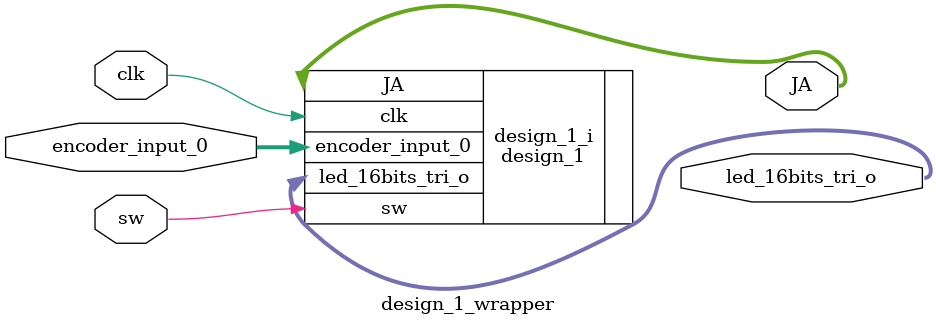
<source format=v>
`timescale 1 ps / 1 ps

module design_1_wrapper
   (JA,
    clk,
    encoder_input_0,
    led_16bits_tri_o,
    sw);
  output [1:0]JA;
  input clk;
  input [1:0]encoder_input_0;
  output [15:0]led_16bits_tri_o;
  input sw;

  wire [1:0]JA;
  wire clk;
  wire [1:0]encoder_input_0;
  wire [15:0]led_16bits_tri_o;
  wire sw;

  design_1 design_1_i
       (.JA(JA),
        .clk(clk),
        .encoder_input_0(encoder_input_0),
        .led_16bits_tri_o(led_16bits_tri_o),
        .sw(sw));
endmodule

</source>
